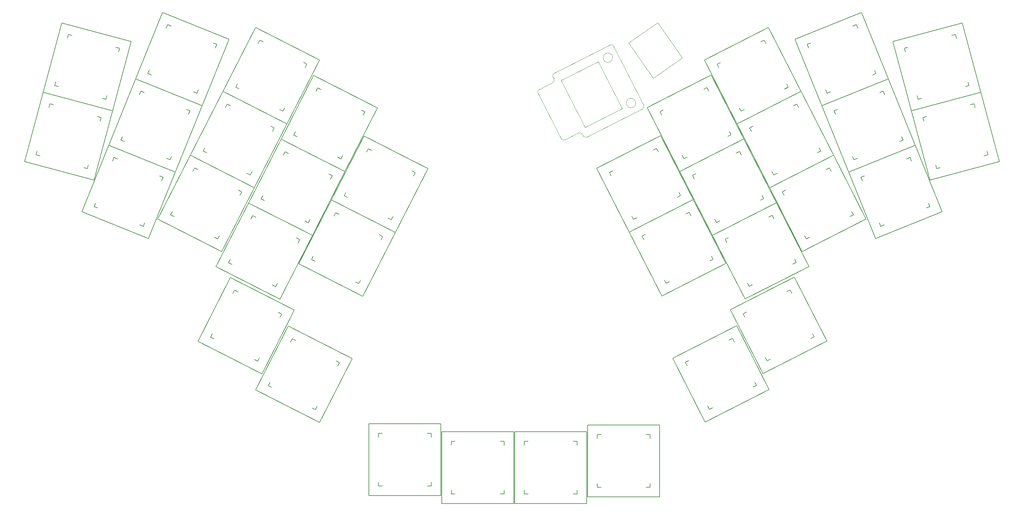
<source format=gbr>
%TF.GenerationSoftware,KiCad,Pcbnew,(6.0.4)*%
%TF.CreationDate,2022-10-16T03:21:46+02:00*%
%TF.ProjectId,Batreeq,42617472-6565-4712-9e6b-696361645f70,rev?*%
%TF.SameCoordinates,Original*%
%TF.FileFunction,OtherDrawing,Comment*%
%FSLAX46Y46*%
G04 Gerber Fmt 4.6, Leading zero omitted, Abs format (unit mm)*
G04 Created by KiCad (PCBNEW (6.0.4)) date 2022-10-16 03:21:46*
%MOMM*%
%LPD*%
G01*
G04 APERTURE LIST*
%ADD10C,0.150000*%
%ADD11C,0.120000*%
%ADD12C,0.050000*%
G04 APERTURE END LIST*
D10*
%TO.C,SW7*%
X39164951Y-76328403D02*
X44082513Y-57975813D01*
X20812361Y-71410841D02*
X25729923Y-53058251D01*
X28463615Y-56378932D02*
X27497690Y-56120113D01*
X20812361Y-71410841D02*
X25729923Y-53058251D01*
X41020651Y-59743580D02*
X40761832Y-60709505D01*
X40761832Y-60709505D02*
X41020651Y-59743580D01*
X36432479Y-73007373D02*
X37398404Y-73266192D01*
X25729923Y-53058251D02*
X44082513Y-57975813D01*
X37656003Y-72300615D02*
X37397184Y-73266541D01*
X23874223Y-69643074D02*
X24840149Y-69901894D01*
X24133042Y-68677149D02*
X23874223Y-69643074D01*
X44082513Y-57975813D02*
X39164951Y-76328403D01*
X39164951Y-76328403D02*
X20812361Y-71410841D01*
X27238870Y-57086039D02*
X27497690Y-56120113D01*
X27238870Y-57086039D02*
X27497690Y-56120113D01*
X20812361Y-71410841D02*
X39164951Y-76328403D01*
X27238870Y-57086039D02*
X27497690Y-56120113D01*
X25729923Y-53058251D02*
X44082513Y-57975813D01*
X41020651Y-59743580D02*
X40054725Y-59484760D01*
X25729923Y-53058251D02*
X20812361Y-71410841D01*
X39164951Y-76328403D02*
X20812361Y-71410841D01*
X39164951Y-76328403D02*
X20812361Y-71410841D01*
X37656003Y-72300615D02*
X37397184Y-73266541D01*
X23874223Y-69643074D02*
X24133042Y-68677149D01*
X28463615Y-56378932D02*
X27497690Y-56120113D01*
X44082513Y-57975813D02*
X25729923Y-53058251D01*
X25729923Y-53058251D02*
X44082513Y-57975813D01*
X23874224Y-69643076D02*
X24840148Y-69901894D01*
X41020651Y-59743580D02*
X40761832Y-60709505D01*
X28463615Y-56378932D02*
X27497690Y-56120113D01*
X23874223Y-69643074D02*
X24133042Y-68677149D01*
X36431259Y-73007722D02*
X37397184Y-73266541D01*
X40054725Y-59484760D02*
X41020651Y-59743580D01*
X44082513Y-57975813D02*
X39164951Y-76328403D01*
X23874223Y-69643074D02*
X24840149Y-69901894D01*
X37656003Y-72300615D02*
X37397184Y-73266541D01*
X44082513Y-57975813D02*
X39164951Y-76328403D01*
X41020651Y-59743580D02*
X40054725Y-59484760D01*
X36431259Y-73007722D02*
X37397184Y-73266541D01*
X20812361Y-71410841D02*
X25729923Y-53058251D01*
%TO.C,SW26*%
X217294897Y-124284258D02*
X216840907Y-123393251D01*
X207576538Y-110717626D02*
X224505662Y-102091807D01*
X217294897Y-124284258D02*
X218185904Y-123830267D01*
X211393021Y-112701173D02*
X210939030Y-111810166D01*
X223867112Y-106345306D02*
X223413121Y-105454299D01*
X222522115Y-105908290D02*
X223413121Y-105454299D01*
X223413121Y-105454299D02*
X222522115Y-105908290D01*
X224505662Y-102091807D02*
X233131481Y-119020931D01*
X217294897Y-124284258D02*
X216840907Y-123393251D01*
X216202357Y-127646750D02*
X207576538Y-110717626D01*
X229314998Y-117037384D02*
X229768988Y-117928391D01*
X233131481Y-119020931D02*
X216202357Y-127646750D01*
X228878655Y-118381305D02*
X229769661Y-117927315D01*
X223413121Y-105454299D02*
X222522115Y-105908290D01*
X207576538Y-110717626D02*
X216202357Y-127646750D01*
X224505662Y-102091807D02*
X207576538Y-110717626D01*
X217294897Y-124284258D02*
X218185904Y-123830267D01*
X207576538Y-110717626D02*
X224505662Y-102091807D01*
X224505662Y-102091807D02*
X233131481Y-119020931D01*
X211393021Y-112701173D02*
X210939030Y-111810166D01*
X229314998Y-117037384D02*
X229768988Y-117928391D01*
X216202357Y-127646750D02*
X207576538Y-110717626D01*
X211830037Y-111356176D02*
X210939030Y-111810166D01*
X223413121Y-105454299D02*
X223867112Y-106345306D01*
X229314998Y-117037384D02*
X229768988Y-117928391D01*
X216202357Y-127646750D02*
X233131481Y-119020931D01*
X228877982Y-118382381D02*
X229768988Y-117928391D01*
X233131481Y-119020931D02*
X216202357Y-127646750D01*
X207576538Y-110717626D02*
X224505662Y-102091807D01*
X216202357Y-127646750D02*
X207576538Y-110717626D01*
X211830037Y-111356176D02*
X210939030Y-111810166D01*
X211393021Y-112701173D02*
X210939030Y-111810166D01*
X224505662Y-102091807D02*
X233131481Y-119020931D01*
X233131481Y-119020931D02*
X224505662Y-102091807D01*
X228877982Y-118382381D02*
X229768988Y-117928391D01*
X223413121Y-105454299D02*
X223867112Y-106345306D01*
X216840907Y-123393251D02*
X217294897Y-124284258D01*
X233131481Y-119020931D02*
X216202357Y-127646750D01*
X217294898Y-124284258D02*
X218185904Y-123830268D01*
X211830037Y-111356176D02*
X210939030Y-111810166D01*
%TO.C,SW34*%
X270520447Y-50322450D02*
X270779266Y-51288376D01*
X267155799Y-37765414D02*
X267414618Y-38731340D01*
X269813340Y-51547195D02*
X270779266Y-51288376D01*
X257256304Y-54911843D02*
X256997485Y-53945917D01*
X267155799Y-37765414D02*
X266189873Y-38024233D01*
X268923566Y-34703552D02*
X273841128Y-53056143D01*
X273841128Y-53056143D02*
X255488537Y-57973705D01*
X255488537Y-57973705D02*
X250570975Y-39621114D01*
X250570975Y-39621114D02*
X268923566Y-34703552D01*
X253891657Y-42354807D02*
X253632838Y-41388881D01*
X270520447Y-50322450D02*
X270779266Y-51288376D01*
X256997485Y-53945917D02*
X257256304Y-54911843D01*
X255488537Y-57973705D02*
X273841128Y-53056143D01*
X253891657Y-42354807D02*
X253632838Y-41388881D01*
X273841128Y-53056143D02*
X255488537Y-57973705D01*
X268923566Y-34703552D02*
X273841128Y-53056143D01*
X268923566Y-34703552D02*
X273841128Y-53056143D01*
X255488537Y-57973705D02*
X250570975Y-39621114D01*
X254598763Y-41130062D02*
X253632838Y-41388881D01*
X257256304Y-54911843D02*
X258222230Y-54653024D01*
X250570975Y-39621114D02*
X268923566Y-34703552D01*
X254598763Y-41130062D02*
X253632838Y-41388881D01*
X270520447Y-50322450D02*
X270779266Y-51288376D01*
X269813340Y-51547195D02*
X270779266Y-51288376D01*
X253891657Y-42354807D02*
X253632838Y-41388881D01*
X268923566Y-34703552D02*
X250570975Y-39621114D01*
X267155799Y-37765414D02*
X266189873Y-38024233D01*
X267155799Y-37765414D02*
X267414618Y-38731340D01*
X254598763Y-41130062D02*
X253632838Y-41388881D01*
X257256304Y-54911843D02*
X258222230Y-54653024D01*
X266189873Y-38024233D02*
X267155799Y-37765414D01*
X257256305Y-54911843D02*
X258222230Y-54653024D01*
X269814222Y-51546283D02*
X270780148Y-51287464D01*
X273841128Y-53056143D02*
X255488537Y-57973705D01*
X267414618Y-38731340D02*
X267155799Y-37765414D01*
X250570975Y-39621114D02*
X268923566Y-34703552D01*
X257256304Y-54911843D02*
X256997485Y-53945917D01*
X255488537Y-57973705D02*
X250570975Y-39621114D01*
X250570975Y-39621114D02*
X255488537Y-57973705D01*
X273841128Y-53056143D02*
X268923566Y-34703552D01*
%TO.C,SW21*%
X202022230Y-137142357D02*
X202913236Y-136688367D01*
X207249447Y-118766389D02*
X208140453Y-118312398D01*
X196557369Y-124214275D02*
X195666362Y-124668265D01*
X196120353Y-125559272D02*
X195666362Y-124668265D01*
X200929689Y-140504849D02*
X192303870Y-123575725D01*
X202022229Y-137142357D02*
X202913236Y-136688366D01*
X200929689Y-140504849D02*
X217858813Y-131879030D01*
X214042330Y-129895483D02*
X214496320Y-130786490D01*
X213605314Y-131240480D02*
X214496320Y-130786490D01*
X196557369Y-124214275D02*
X195666362Y-124668265D01*
X192303870Y-123575725D02*
X209232994Y-114949906D01*
X196557369Y-124214275D02*
X195666362Y-124668265D01*
X200929689Y-140504849D02*
X192303870Y-123575725D01*
X200929689Y-140504849D02*
X192303870Y-123575725D01*
X208140453Y-118312398D02*
X207249447Y-118766389D01*
X192303870Y-123575725D02*
X209232994Y-114949906D01*
X209232994Y-114949906D02*
X217858813Y-131879030D01*
X209232994Y-114949906D02*
X217858813Y-131879030D01*
X202022229Y-137142357D02*
X201568239Y-136251350D01*
X217858813Y-131879030D02*
X200929689Y-140504849D01*
X213605987Y-131239404D02*
X214496993Y-130785414D01*
X192303870Y-123575725D02*
X209232994Y-114949906D01*
X208594444Y-119203405D02*
X208140453Y-118312398D01*
X208140453Y-118312398D02*
X208594444Y-119203405D01*
X202022229Y-137142357D02*
X202913236Y-136688366D01*
X201568239Y-136251350D02*
X202022229Y-137142357D01*
X196120353Y-125559272D02*
X195666362Y-124668265D01*
X209232994Y-114949906D02*
X217858813Y-131879030D01*
X213605314Y-131240480D02*
X214496320Y-130786490D01*
X217858813Y-131879030D02*
X209232994Y-114949906D01*
X202022229Y-137142357D02*
X201568239Y-136251350D01*
X214042330Y-129895483D02*
X214496320Y-130786490D01*
X217858813Y-131879030D02*
X200929689Y-140504849D01*
X217858813Y-131879030D02*
X200929689Y-140504849D01*
X196120353Y-125559272D02*
X195666362Y-124668265D01*
X209232994Y-114949906D02*
X192303870Y-123575725D01*
X214042330Y-129895483D02*
X214496320Y-130786490D01*
X208140453Y-118312398D02*
X208594444Y-119203405D01*
X192303870Y-123575725D02*
X200929689Y-140504849D01*
X208140453Y-118312398D02*
X207249447Y-118766389D01*
%TO.C,SW25*%
X194195206Y-74029903D02*
X202821025Y-90959027D01*
X210485780Y-69657583D02*
X210031789Y-68766576D01*
X211124330Y-65404084D02*
X219750149Y-82333208D01*
X215933666Y-80349661D02*
X216387656Y-81240668D01*
X219750149Y-82333208D02*
X202821025Y-90959027D01*
X215933666Y-80349661D02*
X216387656Y-81240668D01*
X203913565Y-87596535D02*
X204804572Y-87142544D01*
X198011689Y-76013450D02*
X197557698Y-75122443D01*
X215496650Y-81694658D02*
X216387656Y-81240668D01*
X194195206Y-74029903D02*
X211124330Y-65404084D01*
X198011689Y-76013450D02*
X197557698Y-75122443D01*
X210031789Y-68766576D02*
X210485780Y-69657583D01*
X203913565Y-87596535D02*
X203459575Y-86705528D01*
X219750149Y-82333208D02*
X211124330Y-65404084D01*
X215933666Y-80349661D02*
X216387656Y-81240668D01*
X202821025Y-90959027D02*
X194195206Y-74029903D01*
X215497323Y-81693582D02*
X216388329Y-81239592D01*
X202821025Y-90959027D02*
X194195206Y-74029903D01*
X198448705Y-74668453D02*
X197557698Y-75122443D01*
X203459575Y-86705528D02*
X203913565Y-87596535D01*
X210031789Y-68766576D02*
X209140783Y-69220567D01*
X219750149Y-82333208D02*
X202821025Y-90959027D01*
X215496650Y-81694658D02*
X216387656Y-81240668D01*
X203913566Y-87596535D02*
X204804572Y-87142545D01*
X211124330Y-65404084D02*
X219750149Y-82333208D01*
X211124330Y-65404084D02*
X219750149Y-82333208D01*
X198448705Y-74668453D02*
X197557698Y-75122443D01*
X219750149Y-82333208D02*
X202821025Y-90959027D01*
X210031789Y-68766576D02*
X210485780Y-69657583D01*
X211124330Y-65404084D02*
X194195206Y-74029903D01*
X202821025Y-90959027D02*
X194195206Y-74029903D01*
X198448705Y-74668453D02*
X197557698Y-75122443D01*
X203913565Y-87596535D02*
X204804572Y-87142544D01*
X194195206Y-74029903D02*
X211124330Y-65404084D01*
X202821025Y-90959027D02*
X219750149Y-82333208D01*
X203913565Y-87596535D02*
X203459575Y-86705528D01*
X198011689Y-76013450D02*
X197557698Y-75122443D01*
X209140783Y-69220567D02*
X210031789Y-68766576D01*
X210031789Y-68766576D02*
X209140783Y-69220567D01*
X194195206Y-74029903D02*
X211124330Y-65404084D01*
%TO.C,SW4*%
X90246915Y-61441310D02*
X73317791Y-52815491D01*
X73317791Y-52815491D02*
X81943611Y-35886367D01*
X77134274Y-50831944D02*
X76680284Y-51722951D01*
X95510242Y-45604726D02*
X94619236Y-45150736D01*
X95510242Y-45604726D02*
X95056252Y-46495733D01*
X98872735Y-44512186D02*
X90246915Y-61441310D01*
X73317791Y-52815491D02*
X90246915Y-61441310D01*
X90246915Y-61441310D02*
X73317791Y-52815491D01*
X76680284Y-51722951D02*
X77134274Y-50831944D01*
X88263369Y-57624827D02*
X89154375Y-58078818D01*
X98872735Y-44512186D02*
X90246915Y-61441310D01*
X95510242Y-45604726D02*
X95056252Y-46495733D01*
X83927157Y-39702850D02*
X83036151Y-39248859D01*
X73317791Y-52815491D02*
X81943611Y-35886367D01*
X98872735Y-44512186D02*
X81943611Y-35886367D01*
X95510242Y-45604726D02*
X94619236Y-45150736D01*
X81943611Y-35886367D02*
X98872735Y-44512186D01*
X83927157Y-39702850D02*
X83036151Y-39248859D01*
X89608366Y-57187811D02*
X89154375Y-58078818D01*
X89608366Y-57187811D02*
X89154375Y-58078818D01*
X98872735Y-44512186D02*
X90246915Y-61441310D01*
X88263369Y-57624827D02*
X89154375Y-58078818D01*
X76680284Y-51722952D02*
X77571290Y-52176942D01*
X95056252Y-46495733D02*
X95510242Y-45604726D01*
X82582160Y-40139866D02*
X83036151Y-39248859D01*
X90246915Y-61441310D02*
X73317791Y-52815491D01*
X90246915Y-61441310D02*
X98872735Y-44512186D01*
X81943611Y-35886367D02*
X98872735Y-44512186D01*
X76680284Y-51722951D02*
X77571290Y-52176941D01*
X76680284Y-51722951D02*
X77571290Y-52176941D01*
X94619236Y-45150736D02*
X95510242Y-45604726D01*
X88264634Y-57624739D02*
X89155641Y-58078730D01*
X89608366Y-57187811D02*
X89154375Y-58078818D01*
X81943611Y-35886367D02*
X98872735Y-44512186D01*
X76680284Y-51722951D02*
X77134274Y-50831944D01*
X82582160Y-40139866D02*
X83036151Y-39248859D01*
X83927157Y-39702850D02*
X83036151Y-39248859D01*
X73317791Y-52815491D02*
X81943611Y-35886367D01*
X81943611Y-35886367D02*
X73317791Y-52815491D01*
X82582160Y-40139866D02*
X83036151Y-39248859D01*
%TO.C,SW8*%
X92028402Y-64387574D02*
X92919408Y-64841564D01*
X110858360Y-58269348D02*
X109967354Y-57815358D01*
X110858360Y-58269348D02*
X109967354Y-57815358D01*
X114220853Y-57176808D02*
X105595033Y-74105932D01*
X88665909Y-65480113D02*
X105595033Y-74105932D01*
X103612752Y-70289361D02*
X104503759Y-70743352D01*
X99275275Y-52367472D02*
X98384269Y-51913481D01*
X97930278Y-52804488D02*
X98384269Y-51913481D01*
X105595033Y-74105932D02*
X88665909Y-65480113D01*
X99275275Y-52367472D02*
X98384269Y-51913481D01*
X97930278Y-52804488D02*
X98384269Y-51913481D01*
X92028402Y-64387573D02*
X92482392Y-63496566D01*
X114220853Y-57176808D02*
X105595033Y-74105932D01*
X92028402Y-64387573D02*
X92919408Y-64841563D01*
X110858360Y-58269348D02*
X110404370Y-59160355D01*
X103611487Y-70289449D02*
X104502493Y-70743440D01*
X97930278Y-52804488D02*
X98384269Y-51913481D01*
X97291729Y-48550989D02*
X114220853Y-57176808D01*
X104956484Y-69852433D02*
X104502493Y-70743440D01*
X97291729Y-48550989D02*
X88665909Y-65480113D01*
X110858360Y-58269348D02*
X110404370Y-59160355D01*
X97291729Y-48550989D02*
X114220853Y-57176808D01*
X114220853Y-57176808D02*
X97291729Y-48550989D01*
X114220853Y-57176808D02*
X105595033Y-74105932D01*
X92028402Y-64387573D02*
X92482392Y-63496566D01*
X105595033Y-74105932D02*
X114220853Y-57176808D01*
X104956484Y-69852433D02*
X104502493Y-70743440D01*
X88665909Y-65480113D02*
X97291729Y-48550989D01*
X88665909Y-65480113D02*
X97291729Y-48550989D01*
X88665909Y-65480113D02*
X97291729Y-48550989D01*
X110404370Y-59160355D02*
X110858360Y-58269348D01*
X105595033Y-74105932D02*
X88665909Y-65480113D01*
X97291729Y-48550989D02*
X114220853Y-57176808D01*
X105595033Y-74105932D02*
X88665909Y-65480113D01*
X109967354Y-57815358D02*
X110858360Y-58269348D01*
X103611487Y-70289449D02*
X104502493Y-70743440D01*
X92482392Y-63496566D02*
X92028402Y-64387573D01*
X92028402Y-64387573D02*
X92919408Y-64841563D01*
X99275275Y-52367472D02*
X98384269Y-51913481D01*
X104956484Y-69852433D02*
X104502493Y-70743440D01*
%TO.C,SW22*%
X169543344Y-143086077D02*
X169543344Y-162086077D01*
X166043344Y-145586077D02*
X167043344Y-145586077D01*
X154043344Y-145586077D02*
X153043344Y-145586077D01*
X167043344Y-158586077D02*
X167043344Y-159586077D01*
X153043344Y-159586077D02*
X154043344Y-159586077D01*
X169543344Y-143086077D02*
X169543344Y-162086077D01*
X153043344Y-146586077D02*
X153043344Y-145586077D01*
X169543344Y-143086077D02*
X150543344Y-143086077D01*
X167043344Y-158586077D02*
X167043344Y-159586077D01*
X153043344Y-146586077D02*
X153043344Y-145586077D01*
X169543344Y-162086077D02*
X169543344Y-143086077D01*
X169543344Y-162086077D02*
X150543344Y-162086077D01*
X167043344Y-145586077D02*
X166043344Y-145586077D01*
X167043344Y-146586077D02*
X167043344Y-145586077D01*
X167043344Y-158586077D02*
X167043344Y-159586077D01*
X153043344Y-159586077D02*
X153043344Y-158586077D01*
X150543344Y-162086077D02*
X169543344Y-162086077D01*
X166043344Y-159586077D02*
X167043344Y-159586077D01*
X166044432Y-159585424D02*
X167044432Y-159585424D01*
X153043344Y-159586077D02*
X154043344Y-159586077D01*
X150543344Y-143086077D02*
X169543344Y-143086077D01*
X150543344Y-143086077D02*
X150543344Y-162086077D01*
X153043345Y-159586078D02*
X154043344Y-159586078D01*
X150543344Y-162086077D02*
X150543344Y-143086077D01*
X154043344Y-145586077D02*
X153043344Y-145586077D01*
X169543344Y-162086077D02*
X150543344Y-162086077D01*
X153043344Y-146586077D02*
X153043344Y-145586077D01*
X167043344Y-145586077D02*
X167043344Y-146586077D01*
X166043344Y-159586077D02*
X167043344Y-159586077D01*
X167043344Y-145586077D02*
X167043344Y-146586077D01*
X169543344Y-162086077D02*
X150543344Y-162086077D01*
X150543344Y-162086077D02*
X150543344Y-143086077D01*
X153043344Y-159586077D02*
X153043344Y-158586077D01*
X150543344Y-162086077D02*
X150543344Y-143086077D01*
X153043344Y-158586077D02*
X153043344Y-159586077D01*
X169543344Y-143086077D02*
X169543344Y-162086077D01*
X150543344Y-143086077D02*
X169543344Y-143086077D01*
X150543344Y-143086077D02*
X169543344Y-143086077D01*
X167043344Y-145586077D02*
X166043344Y-145586077D01*
X154043344Y-145586077D02*
X153043344Y-145586077D01*
%TO.C,SW27*%
X172347346Y-144808078D02*
X172347346Y-143808078D01*
X188847346Y-160308078D02*
X188847346Y-141308078D01*
X172347346Y-157808078D02*
X172347346Y-156808078D01*
X186347346Y-143808078D02*
X186347346Y-144808078D01*
X169847346Y-160308078D02*
X169847346Y-141308078D01*
X185347346Y-143808078D02*
X186347346Y-143808078D01*
X186347346Y-144808078D02*
X186347346Y-143808078D01*
X172347346Y-144808078D02*
X172347346Y-143808078D01*
X186347346Y-156808078D02*
X186347346Y-157808078D01*
X186347346Y-143808078D02*
X186347346Y-144808078D01*
X188847346Y-141308078D02*
X188847346Y-160308078D01*
X169847346Y-160308078D02*
X188847346Y-160308078D01*
X169847346Y-160308078D02*
X169847346Y-141308078D01*
X172347346Y-156808078D02*
X172347346Y-157808078D01*
X186347346Y-156808078D02*
X186347346Y-157808078D01*
X188847346Y-160308078D02*
X169847346Y-160308078D01*
X185348434Y-157807425D02*
X186348434Y-157807425D01*
X173347346Y-143808078D02*
X172347346Y-143808078D01*
X172347346Y-157808078D02*
X173347346Y-157808078D01*
X169847346Y-141308078D02*
X169847346Y-160308078D01*
X173347346Y-143808078D02*
X172347346Y-143808078D01*
X172347347Y-157808079D02*
X173347346Y-157808079D01*
X188847346Y-160308078D02*
X169847346Y-160308078D01*
X188847346Y-141308078D02*
X188847346Y-160308078D01*
X188847346Y-141308078D02*
X188847346Y-160308078D01*
X172347346Y-157808078D02*
X172347346Y-156808078D01*
X173347346Y-143808078D02*
X172347346Y-143808078D01*
X188847346Y-141308078D02*
X169847346Y-141308078D01*
X172347346Y-157808078D02*
X173347346Y-157808078D01*
X185347346Y-157808078D02*
X186347346Y-157808078D01*
X185347346Y-157808078D02*
X186347346Y-157808078D01*
X169847346Y-141308078D02*
X188847346Y-141308078D01*
X169847346Y-141308078D02*
X188847346Y-141308078D01*
X186347346Y-143808078D02*
X185347346Y-143808078D01*
X172347346Y-144808078D02*
X172347346Y-143808078D01*
X169847346Y-141308078D02*
X188847346Y-141308078D01*
X169847346Y-160308078D02*
X169847346Y-141308078D01*
X186347346Y-143808078D02*
X185347346Y-143808078D01*
X186347346Y-156808078D02*
X186347346Y-157808078D01*
X188847346Y-160308078D02*
X169847346Y-160308078D01*
%TO.C,SW33*%
X238898387Y-74229410D02*
X231780862Y-56612916D01*
X235962522Y-57619753D02*
X235035338Y-57994359D01*
X256514880Y-67111884D02*
X238898387Y-74229410D01*
X240279832Y-70974934D02*
X241207015Y-70600328D01*
X240279830Y-70974933D02*
X241207014Y-70600327D01*
X249397355Y-49495391D02*
X231780862Y-56612916D01*
X235962522Y-57619753D02*
X235035338Y-57994359D01*
X249397355Y-49495391D02*
X256514880Y-67111884D01*
X248015912Y-52749867D02*
X248390519Y-53677051D01*
X238898387Y-74229410D02*
X231780862Y-56612916D01*
X256514880Y-67111884D02*
X238898387Y-74229410D01*
X231780862Y-56612916D02*
X249397355Y-49495391D01*
X252333220Y-66105048D02*
X253260404Y-65730441D01*
X240279830Y-70974933D02*
X239905224Y-70047750D01*
X252333985Y-66104035D02*
X253261168Y-65729428D01*
X252885798Y-64803257D02*
X253260404Y-65730441D01*
X235409945Y-58921543D02*
X235035338Y-57994359D01*
X235409945Y-58921543D02*
X235035338Y-57994359D01*
X252885798Y-64803257D02*
X253260404Y-65730441D01*
X247088728Y-53124474D02*
X248015912Y-52749867D01*
X248015912Y-52749867D02*
X247088728Y-53124474D01*
X249397355Y-49495391D02*
X256514880Y-67111884D01*
X240279830Y-70974933D02*
X239905224Y-70047750D01*
X235962522Y-57619753D02*
X235035338Y-57994359D01*
X240279830Y-70974933D02*
X241207014Y-70600327D01*
X248015912Y-52749867D02*
X247088728Y-53124474D01*
X249397355Y-49495391D02*
X256514880Y-67111884D01*
X231780862Y-56612916D02*
X249397355Y-49495391D01*
X248390519Y-53677051D02*
X248015912Y-52749867D01*
X231780862Y-56612916D02*
X249397355Y-49495391D01*
X238898387Y-74229410D02*
X256514880Y-67111884D01*
X252885798Y-64803257D02*
X253260404Y-65730441D01*
X256514880Y-67111884D02*
X238898387Y-74229410D01*
X256514880Y-67111884D02*
X249397355Y-49495391D01*
X235409945Y-58921543D02*
X235035338Y-57994359D01*
X231780862Y-56612916D02*
X238898387Y-74229410D01*
X238898387Y-74229410D02*
X231780862Y-56612916D01*
X239905224Y-70047750D02*
X240279830Y-70974933D01*
X248015912Y-52749867D02*
X248390519Y-53677051D01*
X252333220Y-66105048D02*
X253260404Y-65730441D01*
%TO.C,SW16*%
X104123879Y-124744297D02*
X103669889Y-125635304D01*
X92540794Y-118842421D02*
X91649788Y-118388430D01*
X104123879Y-124744297D02*
X103232873Y-124290307D01*
X107486372Y-123651757D02*
X90557248Y-115025938D01*
X96877006Y-136764398D02*
X97768012Y-137218389D01*
X107486372Y-123651757D02*
X98860552Y-140580881D01*
X92540794Y-118842421D02*
X91649788Y-118388430D01*
X90557248Y-115025938D02*
X107486372Y-123651757D01*
X98860552Y-140580881D02*
X81931428Y-131955062D01*
X107486372Y-123651757D02*
X98860552Y-140580881D01*
X85293921Y-130862522D02*
X85747911Y-129971515D01*
X103232873Y-124290307D02*
X104123879Y-124744297D01*
X85293921Y-130862522D02*
X85747911Y-129971515D01*
X91195797Y-119279437D02*
X91649788Y-118388430D01*
X90557248Y-115025938D02*
X107486372Y-123651757D01*
X81931428Y-131955062D02*
X90557248Y-115025938D01*
X104123879Y-124744297D02*
X103232873Y-124290307D01*
X81931428Y-131955062D02*
X98860552Y-140580881D01*
X96877006Y-136764398D02*
X97768012Y-137218389D01*
X98222003Y-136327382D02*
X97768012Y-137218389D01*
X104123879Y-124744297D02*
X103669889Y-125635304D01*
X96878271Y-136764310D02*
X97769278Y-137218301D01*
X91195797Y-119279437D02*
X91649788Y-118388430D01*
X90557248Y-115025938D02*
X107486372Y-123651757D01*
X90557248Y-115025938D02*
X81931428Y-131955062D01*
X98222003Y-136327382D02*
X97768012Y-137218389D01*
X98860552Y-140580881D02*
X107486372Y-123651757D01*
X81931428Y-131955062D02*
X90557248Y-115025938D01*
X103669889Y-125635304D02*
X104123879Y-124744297D01*
X85293921Y-130862523D02*
X86184927Y-131316513D01*
X81931428Y-131955062D02*
X90557248Y-115025938D01*
X98860552Y-140580881D02*
X81931428Y-131955062D01*
X85293921Y-130862522D02*
X86184927Y-131316512D01*
X85293921Y-130862522D02*
X86184927Y-131316512D01*
X85747911Y-129971515D02*
X85293921Y-130862522D01*
X98860552Y-140580881D02*
X81931428Y-131955062D01*
X107486372Y-123651757D02*
X98860552Y-140580881D01*
X92540794Y-118842421D02*
X91649788Y-118388430D01*
X91195797Y-119279437D02*
X91649788Y-118388430D01*
X98222003Y-136327382D02*
X97768012Y-137218389D01*
%TO.C,SW28*%
X217635669Y-35889429D02*
X226261488Y-52818553D01*
X204523028Y-46498795D02*
X204069037Y-45607788D01*
X216543128Y-39251921D02*
X216997119Y-40142928D01*
X217635669Y-35889429D02*
X200706545Y-44515248D01*
X222007989Y-52180003D02*
X222898995Y-51726013D01*
X222445005Y-50835006D02*
X222898995Y-51726013D01*
X226261488Y-52818553D02*
X209332364Y-61444372D01*
X210424904Y-58081880D02*
X209970914Y-57190873D01*
X222007989Y-52180003D02*
X222898995Y-51726013D01*
X204960044Y-45153798D02*
X204069037Y-45607788D01*
X222008662Y-52178927D02*
X222899668Y-51724937D01*
X209332364Y-61444372D02*
X200706545Y-44515248D01*
X226261488Y-52818553D02*
X209332364Y-61444372D01*
X204523028Y-46498795D02*
X204069037Y-45607788D01*
X200706545Y-44515248D02*
X209332364Y-61444372D01*
X200706545Y-44515248D02*
X217635669Y-35889429D01*
X210424905Y-58081880D02*
X211315911Y-57627890D01*
X204960044Y-45153798D02*
X204069037Y-45607788D01*
X226261488Y-52818553D02*
X209332364Y-61444372D01*
X216543128Y-39251921D02*
X215652122Y-39705912D01*
X216543128Y-39251921D02*
X216997119Y-40142928D01*
X216997119Y-40142928D02*
X216543128Y-39251921D01*
X200706545Y-44515248D02*
X217635669Y-35889429D01*
X217635669Y-35889429D02*
X226261488Y-52818553D01*
X200706545Y-44515248D02*
X217635669Y-35889429D01*
X209332364Y-61444372D02*
X200706545Y-44515248D01*
X222445005Y-50835006D02*
X222898995Y-51726013D01*
X216543128Y-39251921D02*
X215652122Y-39705912D01*
X210424904Y-58081880D02*
X211315911Y-57627889D01*
X204960044Y-45153798D02*
X204069037Y-45607788D01*
X210424904Y-58081880D02*
X209970914Y-57190873D01*
X210424904Y-58081880D02*
X211315911Y-57627889D01*
X209332364Y-61444372D02*
X200706545Y-44515248D01*
X226261488Y-52818553D02*
X217635669Y-35889429D01*
X222445005Y-50835006D02*
X222898995Y-51726013D01*
X204523028Y-46498795D02*
X204069037Y-45607788D01*
X217635669Y-35889429D02*
X226261488Y-52818553D01*
X215652122Y-39705912D02*
X216543128Y-39251921D01*
X209332364Y-61444372D02*
X226261488Y-52818553D01*
X209970914Y-57190873D02*
X210424904Y-58081880D01*
%TO.C,SW5*%
X85993420Y-62079860D02*
X86884426Y-62533850D01*
X73956344Y-57068990D02*
X74410335Y-56177983D01*
X73956344Y-57068990D02*
X74410335Y-56177983D01*
X75301341Y-56631974D02*
X74410335Y-56177983D01*
X79637553Y-74553951D02*
X80528559Y-75007942D01*
X86430436Y-63424857D02*
X86884426Y-62533850D01*
X73317795Y-52815491D02*
X90246919Y-61441310D01*
X86884426Y-62533850D02*
X86430436Y-63424857D01*
X73317795Y-52815491D02*
X90246919Y-61441310D01*
X73956344Y-57068990D02*
X74410335Y-56177983D01*
X79638818Y-74553863D02*
X80529825Y-75007854D01*
X68508458Y-67761068D02*
X68054468Y-68652075D01*
X86884426Y-62533850D02*
X85993420Y-62079860D01*
X68054468Y-68652075D02*
X68508458Y-67761068D01*
X73317795Y-52815491D02*
X90246919Y-61441310D01*
X75301341Y-56631974D02*
X74410335Y-56177983D01*
X68054468Y-68652075D02*
X68945474Y-69106065D01*
X64691975Y-69744615D02*
X73317795Y-52815491D01*
X80982550Y-74116935D02*
X80528559Y-75007942D01*
X68054468Y-68652075D02*
X68508458Y-67761068D01*
X75301341Y-56631974D02*
X74410335Y-56177983D01*
X64691975Y-69744615D02*
X81621099Y-78370434D01*
X86884426Y-62533850D02*
X85993420Y-62079860D01*
X81621099Y-78370434D02*
X64691975Y-69744615D01*
X81621099Y-78370434D02*
X90246919Y-61441310D01*
X68054468Y-68652076D02*
X68945474Y-69106066D01*
X90246919Y-61441310D02*
X73317795Y-52815491D01*
X81621099Y-78370434D02*
X64691975Y-69744615D01*
X79637553Y-74553951D02*
X80528559Y-75007942D01*
X68054468Y-68652075D02*
X68945474Y-69106065D01*
X64691975Y-69744615D02*
X73317795Y-52815491D01*
X86884426Y-62533850D02*
X86430436Y-63424857D01*
X90246919Y-61441310D02*
X81621099Y-78370434D01*
X80982550Y-74116935D02*
X80528559Y-75007942D01*
X90246919Y-61441310D02*
X81621099Y-78370434D01*
X90246919Y-61441310D02*
X81621099Y-78370434D01*
X73317795Y-52815491D02*
X64691975Y-69744615D01*
X81621099Y-78370434D02*
X64691975Y-69744615D01*
X80982550Y-74116935D02*
X80528559Y-75007942D01*
X64691975Y-69744615D02*
X73317795Y-52815491D01*
%TO.C,SW15*%
X86359848Y-104147699D02*
X87250854Y-104601690D01*
X80678639Y-86662738D02*
X81132630Y-85771731D01*
X80040090Y-82409239D02*
X96969214Y-91035058D01*
X80678639Y-86662738D02*
X81132630Y-85771731D01*
X82023636Y-86225722D02*
X81132630Y-85771731D01*
X71414270Y-99338363D02*
X80040090Y-82409239D01*
X88343394Y-107964182D02*
X71414270Y-99338363D01*
X93606721Y-92127598D02*
X93152731Y-93018605D01*
X96969214Y-91035058D02*
X88343394Y-107964182D01*
X80040090Y-82409239D02*
X71414270Y-99338363D01*
X93606721Y-92127598D02*
X93152731Y-93018605D01*
X96969214Y-91035058D02*
X88343394Y-107964182D01*
X96969214Y-91035058D02*
X80040090Y-82409239D01*
X86361113Y-104147611D02*
X87252120Y-104601602D01*
X93152731Y-93018605D02*
X93606721Y-92127598D01*
X92715715Y-91673608D02*
X93606721Y-92127598D01*
X87704845Y-103710683D02*
X87250854Y-104601690D01*
X93606721Y-92127598D02*
X92715715Y-91673608D01*
X93606721Y-92127598D02*
X92715715Y-91673608D01*
X88343394Y-107964182D02*
X71414270Y-99338363D01*
X82023636Y-86225722D02*
X81132630Y-85771731D01*
X80678639Y-86662738D02*
X81132630Y-85771731D01*
X86359848Y-104147699D02*
X87250854Y-104601690D01*
X71414270Y-99338363D02*
X80040090Y-82409239D01*
X74776763Y-98245823D02*
X75230753Y-97354816D01*
X87704845Y-103710683D02*
X87250854Y-104601690D01*
X96969214Y-91035058D02*
X88343394Y-107964182D01*
X74776763Y-98245823D02*
X75667769Y-98699813D01*
X74776763Y-98245823D02*
X75667769Y-98699813D01*
X71414270Y-99338363D02*
X88343394Y-107964182D01*
X75230753Y-97354816D02*
X74776763Y-98245823D01*
X87704845Y-103710683D02*
X87250854Y-104601690D01*
X71414270Y-99338363D02*
X80040090Y-82409239D01*
X80040090Y-82409239D02*
X96969214Y-91035058D01*
X74776763Y-98245823D02*
X75230753Y-97354816D01*
X74776763Y-98245824D02*
X75667769Y-98699814D01*
X80040090Y-82409239D02*
X96969214Y-91035058D01*
X88343394Y-107964182D02*
X71414270Y-99338363D01*
X82023636Y-86225722D02*
X81132630Y-85771731D01*
X88343394Y-107964182D02*
X96969214Y-91035058D01*
%TO.C,SW31*%
X262182528Y-73271891D02*
X261923709Y-72305965D01*
X260414761Y-76333753D02*
X255497199Y-57981162D01*
X260414761Y-76333753D02*
X278767352Y-71416191D01*
X271116097Y-56384281D02*
X272082023Y-56125462D01*
X275446671Y-68682498D02*
X275705490Y-69648424D01*
X262182528Y-73271891D02*
X263148454Y-73013072D01*
X273849790Y-53063600D02*
X278767352Y-71416191D01*
X275446671Y-68682498D02*
X275705490Y-69648424D01*
X255497199Y-57981162D02*
X273849790Y-53063600D01*
X258817881Y-60714855D02*
X258559062Y-59748929D01*
X273849790Y-53063600D02*
X255497199Y-57981162D01*
X274739564Y-69907243D02*
X275705490Y-69648424D01*
X272082023Y-56125462D02*
X271116097Y-56384281D01*
X258817881Y-60714855D02*
X258559062Y-59748929D01*
X272340842Y-57091388D02*
X272082023Y-56125462D01*
X259524987Y-59490110D02*
X258559062Y-59748929D01*
X255497199Y-57981162D02*
X260414761Y-76333753D01*
X255497199Y-57981162D02*
X273849790Y-53063600D01*
X274739564Y-69907243D02*
X275705490Y-69648424D01*
X260414761Y-76333753D02*
X255497199Y-57981162D01*
X272082023Y-56125462D02*
X271116097Y-56384281D01*
X278767352Y-71416191D02*
X260414761Y-76333753D01*
X262182529Y-73271891D02*
X263148454Y-73013072D01*
X278767352Y-71416191D02*
X260414761Y-76333753D01*
X260414761Y-76333753D02*
X255497199Y-57981162D01*
X259524987Y-59490110D02*
X258559062Y-59748929D01*
X274740446Y-69906331D02*
X275706372Y-69647512D01*
X278767352Y-71416191D02*
X260414761Y-76333753D01*
X278767352Y-71416191D02*
X273849790Y-53063600D01*
X275446671Y-68682498D02*
X275705490Y-69648424D01*
X273849790Y-53063600D02*
X278767352Y-71416191D01*
X273849790Y-53063600D02*
X278767352Y-71416191D01*
X258817881Y-60714855D02*
X258559062Y-59748929D01*
X261923709Y-72305965D02*
X262182528Y-73271891D01*
X262182528Y-73271891D02*
X263148454Y-73013072D01*
X259524987Y-59490110D02*
X258559062Y-59748929D01*
X255497199Y-57981162D02*
X273849790Y-53063600D01*
X272082023Y-56125462D02*
X272340842Y-57091388D01*
X262182528Y-73271891D02*
X261923709Y-72305965D01*
X272082023Y-56125462D02*
X272340842Y-57091388D01*
%TO.C,SW23*%
X234248756Y-74001175D02*
X233794765Y-73110168D01*
X233794765Y-73110168D02*
X234248756Y-74001175D01*
X222211681Y-79012045D02*
X221320674Y-79466035D01*
X232903759Y-73564159D02*
X233794765Y-73110168D01*
X239259626Y-86038250D02*
X240150632Y-85584260D01*
X226584001Y-95302619D02*
X217958182Y-78373495D01*
X234887306Y-69747676D02*
X243513125Y-86676800D01*
X233794765Y-73110168D02*
X234248756Y-74001175D01*
X226584001Y-95302619D02*
X217958182Y-78373495D01*
X234887306Y-69747676D02*
X243513125Y-86676800D01*
X221774665Y-80357042D02*
X221320674Y-79466035D01*
X243513125Y-86676800D02*
X226584001Y-95302619D01*
X227676541Y-91940127D02*
X228567548Y-91486136D01*
X239260299Y-86037174D02*
X240151305Y-85583184D01*
X217958182Y-78373495D02*
X226584001Y-95302619D01*
X226584001Y-95302619D02*
X243513125Y-86676800D01*
X222211681Y-79012045D02*
X221320674Y-79466035D01*
X243513125Y-86676800D02*
X226584001Y-95302619D01*
X239696642Y-84693253D02*
X240150632Y-85584260D01*
X243513125Y-86676800D02*
X234887306Y-69747676D01*
X233794765Y-73110168D02*
X232903759Y-73564159D01*
X227676541Y-91940127D02*
X228567548Y-91486136D01*
X217958182Y-78373495D02*
X234887306Y-69747676D01*
X234887306Y-69747676D02*
X217958182Y-78373495D01*
X234887306Y-69747676D02*
X243513125Y-86676800D01*
X221774665Y-80357042D02*
X221320674Y-79466035D01*
X227676541Y-91940127D02*
X227222551Y-91049120D01*
X227676542Y-91940127D02*
X228567548Y-91486137D01*
X217958182Y-78373495D02*
X234887306Y-69747676D01*
X227222551Y-91049120D02*
X227676541Y-91940127D01*
X243513125Y-86676800D02*
X226584001Y-95302619D01*
X221774665Y-80357042D02*
X221320674Y-79466035D01*
X222211681Y-79012045D02*
X221320674Y-79466035D01*
X227676541Y-91940127D02*
X227222551Y-91049120D01*
X233794765Y-73110168D02*
X232903759Y-73564159D01*
X239696642Y-84693253D02*
X240150632Y-85584260D01*
X239259626Y-86038250D02*
X240150632Y-85584260D01*
X217958182Y-78373495D02*
X234887306Y-69747676D01*
X239696642Y-84693253D02*
X240150632Y-85584260D01*
X226584001Y-95302619D02*
X217958182Y-78373495D01*
%TO.C,SW6*%
X45373375Y-70737140D02*
X44446191Y-70362533D01*
X52556879Y-87660416D02*
X52182272Y-88587600D01*
X39576305Y-82415923D02*
X39201698Y-83343107D01*
X43064748Y-67108057D02*
X60681241Y-74225582D01*
X53563716Y-91842076D02*
X35947222Y-84724550D01*
X51256342Y-88212795D02*
X52183526Y-88587402D01*
X57052158Y-76534209D02*
X57426765Y-75607026D01*
X51255089Y-88212993D02*
X52182272Y-88587600D01*
X44071584Y-71289717D02*
X44446191Y-70362533D01*
X35947222Y-84724550D02*
X43064748Y-67108057D01*
X39201698Y-83343107D02*
X40128882Y-83717714D01*
X57426765Y-75607026D02*
X56499581Y-75232419D01*
X35947222Y-84724550D02*
X53563716Y-91842076D01*
X45373375Y-70737140D02*
X44446191Y-70362533D01*
X53563716Y-91842076D02*
X60681241Y-74225582D01*
X60681241Y-74225582D02*
X53563716Y-91842076D01*
X35947222Y-84724550D02*
X43064748Y-67108057D01*
X60681241Y-74225582D02*
X53563716Y-91842076D01*
X43064748Y-67108057D02*
X60681241Y-74225582D01*
X39201698Y-83343107D02*
X40128882Y-83717714D01*
X51255089Y-88212993D02*
X52182272Y-88587600D01*
X57426765Y-75607026D02*
X56499581Y-75232419D01*
X53563716Y-91842076D02*
X35947222Y-84724550D01*
X44071584Y-71289717D02*
X44446191Y-70362533D01*
X52556879Y-87660416D02*
X52182272Y-88587600D01*
X52556879Y-87660416D02*
X52182272Y-88587600D01*
X44071584Y-71289717D02*
X44446191Y-70362533D01*
X45373375Y-70737140D02*
X44446191Y-70362533D01*
X60681241Y-74225582D02*
X53563716Y-91842076D01*
X57426765Y-75607026D02*
X57052158Y-76534209D01*
X39201698Y-83343107D02*
X39576305Y-82415923D01*
X53563716Y-91842076D02*
X35947222Y-84724550D01*
X39201698Y-83343107D02*
X39576305Y-82415923D01*
X60681241Y-74225582D02*
X43064748Y-67108057D01*
X39201699Y-83343109D02*
X40128882Y-83717715D01*
X35947222Y-84724550D02*
X43064748Y-67108057D01*
X57426765Y-75607026D02*
X57052158Y-76534209D01*
X43064748Y-67108057D02*
X60681241Y-74225582D01*
X43064748Y-67108057D02*
X35947222Y-84724550D01*
X56499581Y-75232419D02*
X57426765Y-75607026D01*
%TO.C,SW12*%
X114437758Y-144466079D02*
X114437758Y-143466079D01*
X128437758Y-144466079D02*
X128437758Y-143466079D01*
X111937758Y-159966079D02*
X111937758Y-140966079D01*
X114437759Y-157466080D02*
X115437758Y-157466080D01*
X127437758Y-157466079D02*
X128437758Y-157466079D01*
X128437758Y-156466079D02*
X128437758Y-157466079D01*
X130937758Y-140966079D02*
X130937758Y-159966079D01*
X130937758Y-159966079D02*
X111937758Y-159966079D01*
X114437758Y-157466079D02*
X114437758Y-156466079D01*
X128437758Y-156466079D02*
X128437758Y-157466079D01*
X128437758Y-156466079D02*
X128437758Y-157466079D01*
X111937758Y-159966079D02*
X130937758Y-159966079D01*
X111937758Y-140966079D02*
X130937758Y-140966079D01*
X127437758Y-143466079D02*
X128437758Y-143466079D01*
X130937758Y-159966079D02*
X130937758Y-140966079D01*
X115437758Y-143466079D02*
X114437758Y-143466079D01*
X111937758Y-159966079D02*
X111937758Y-140966079D01*
X111937758Y-159966079D02*
X111937758Y-140966079D01*
X128437758Y-143466079D02*
X127437758Y-143466079D01*
X115437758Y-143466079D02*
X114437758Y-143466079D01*
X114437758Y-157466079D02*
X114437758Y-156466079D01*
X128437758Y-143466079D02*
X127437758Y-143466079D01*
X128437758Y-143466079D02*
X128437758Y-144466079D01*
X111937758Y-140966079D02*
X130937758Y-140966079D01*
X114437758Y-156466079D02*
X114437758Y-157466079D01*
X127438846Y-157465426D02*
X128438846Y-157465426D01*
X130937758Y-159966079D02*
X111937758Y-159966079D01*
X111937758Y-140966079D02*
X111937758Y-159966079D01*
X127437758Y-157466079D02*
X128437758Y-157466079D01*
X114437758Y-157466079D02*
X115437758Y-157466079D01*
X114437758Y-144466079D02*
X114437758Y-143466079D01*
X114437758Y-144466079D02*
X114437758Y-143466079D01*
X130937758Y-140966079D02*
X130937758Y-159966079D01*
X115437758Y-143466079D02*
X114437758Y-143466079D01*
X130937758Y-140966079D02*
X111937758Y-140966079D01*
X114437758Y-157466079D02*
X115437758Y-157466079D01*
X130937758Y-159966079D02*
X111937758Y-159966079D01*
X130937758Y-140966079D02*
X130937758Y-159966079D01*
X128437758Y-143466079D02*
X128437758Y-144466079D01*
X111937758Y-140966079D02*
X130937758Y-140966079D01*
%TO.C,SW1*%
X74916290Y-38992596D02*
X67798765Y-56609090D01*
X50182271Y-49491564D02*
X57299797Y-31875071D01*
X57299797Y-31875071D02*
X74916290Y-38992596D01*
X53436747Y-48110121D02*
X54363931Y-48484728D01*
X59608424Y-35504154D02*
X58681240Y-35129547D01*
X57299797Y-31875071D02*
X74916290Y-38992596D01*
X71661814Y-40374040D02*
X71287207Y-41301223D01*
X53811354Y-47182937D02*
X53436747Y-48110121D01*
X58306633Y-36056731D02*
X58681240Y-35129547D01*
X65490138Y-52980007D02*
X66417321Y-53354614D01*
X53436748Y-48110123D02*
X54363931Y-48484729D01*
X58306633Y-36056731D02*
X58681240Y-35129547D01*
X59608424Y-35504154D02*
X58681240Y-35129547D01*
X71661814Y-40374040D02*
X70734630Y-39999433D01*
X57299797Y-31875071D02*
X50182271Y-49491564D01*
X50182271Y-49491564D02*
X67798765Y-56609090D01*
X50182271Y-49491564D02*
X57299797Y-31875071D01*
X66791928Y-52427430D02*
X66417321Y-53354614D01*
X74916290Y-38992596D02*
X57299797Y-31875071D01*
X66791928Y-52427430D02*
X66417321Y-53354614D01*
X74916290Y-38992596D02*
X67798765Y-56609090D01*
X74916290Y-38992596D02*
X67798765Y-56609090D01*
X53436747Y-48110121D02*
X53811354Y-47182937D01*
X71661814Y-40374040D02*
X71287207Y-41301223D01*
X59608424Y-35504154D02*
X58681240Y-35129547D01*
X67798765Y-56609090D02*
X50182271Y-49491564D01*
X65491391Y-52979809D02*
X66418575Y-53354416D01*
X53436747Y-48110121D02*
X54363931Y-48484728D01*
X65490138Y-52980007D02*
X66417321Y-53354614D01*
X70734630Y-39999433D02*
X71661814Y-40374040D01*
X66791928Y-52427430D02*
X66417321Y-53354614D01*
X53436747Y-48110121D02*
X53811354Y-47182937D01*
X71661814Y-40374040D02*
X70734630Y-39999433D01*
X67798765Y-56609090D02*
X74916290Y-38992596D01*
X57299797Y-31875071D02*
X74916290Y-38992596D01*
X50182271Y-49491564D02*
X57299797Y-31875071D01*
X71287207Y-41301223D02*
X71661814Y-40374040D01*
X67798765Y-56609090D02*
X50182271Y-49491564D01*
X58306633Y-36056731D02*
X58681240Y-35129547D01*
X67798765Y-56609090D02*
X50182271Y-49491564D01*
%TO.C,SW11*%
X92213702Y-110793654D02*
X83587882Y-127722778D01*
X92213702Y-110793654D02*
X75284578Y-102167835D01*
X83587882Y-127722778D02*
X66658758Y-119096959D01*
X82949333Y-123469279D02*
X82495342Y-124360286D01*
X70021251Y-118004419D02*
X70475241Y-117113412D01*
X81605601Y-123906207D02*
X82496608Y-124360198D01*
X81604336Y-123906295D02*
X82495342Y-124360286D01*
X77268124Y-105984318D02*
X76377118Y-105530327D01*
X75284578Y-102167835D02*
X92213702Y-110793654D01*
X88851209Y-111886194D02*
X88397219Y-112777201D01*
X75923127Y-106421334D02*
X76377118Y-105530327D01*
X77268124Y-105984318D02*
X76377118Y-105530327D01*
X81604336Y-123906295D02*
X82495342Y-124360286D01*
X75284578Y-102167835D02*
X66658758Y-119096959D01*
X70475241Y-117113412D02*
X70021251Y-118004419D01*
X87960203Y-111432204D02*
X88851209Y-111886194D01*
X88851209Y-111886194D02*
X88397219Y-112777201D01*
X77268124Y-105984318D02*
X76377118Y-105530327D01*
X66658758Y-119096959D02*
X75284578Y-102167835D01*
X83587882Y-127722778D02*
X92213702Y-110793654D01*
X83587882Y-127722778D02*
X66658758Y-119096959D01*
X70021251Y-118004419D02*
X70912257Y-118458409D01*
X66658758Y-119096959D02*
X83587882Y-127722778D01*
X66658758Y-119096959D02*
X75284578Y-102167835D01*
X88851209Y-111886194D02*
X87960203Y-111432204D01*
X83587882Y-127722778D02*
X66658758Y-119096959D01*
X75923127Y-106421334D02*
X76377118Y-105530327D01*
X66658758Y-119096959D02*
X75284578Y-102167835D01*
X88397219Y-112777201D02*
X88851209Y-111886194D01*
X82949333Y-123469279D02*
X82495342Y-124360286D01*
X92213702Y-110793654D02*
X83587882Y-127722778D01*
X92213702Y-110793654D02*
X83587882Y-127722778D01*
X75284578Y-102167835D02*
X92213702Y-110793654D01*
X82949333Y-123469279D02*
X82495342Y-124360286D01*
X70021251Y-118004419D02*
X70912257Y-118458409D01*
X70021251Y-118004420D02*
X70912257Y-118458410D01*
X88851209Y-111886194D02*
X87960203Y-111432204D01*
X75923127Y-106421334D02*
X76377118Y-105530327D01*
X70021251Y-118004419D02*
X70475241Y-117113412D01*
X75284578Y-102167835D02*
X92213702Y-110793654D01*
%TO.C,SW19*%
X180843606Y-90147595D02*
X197772730Y-81521776D01*
X196680189Y-84884268D02*
X195789183Y-85338259D01*
X195789183Y-85338259D02*
X196680189Y-84884268D01*
X202582066Y-96467353D02*
X203036056Y-97358360D01*
X190561965Y-103714227D02*
X190107975Y-102823220D01*
X190561965Y-103714227D02*
X190107975Y-102823220D01*
X202582066Y-96467353D02*
X203036056Y-97358360D01*
X185097105Y-90786145D02*
X184206098Y-91240135D01*
X184660089Y-92131142D02*
X184206098Y-91240135D01*
X197772730Y-81521776D02*
X180843606Y-90147595D01*
X206398549Y-98450900D02*
X189469425Y-107076719D01*
X190107975Y-102823220D02*
X190561965Y-103714227D01*
X202582066Y-96467353D02*
X203036056Y-97358360D01*
X196680189Y-84884268D02*
X195789183Y-85338259D01*
X197772730Y-81521776D02*
X206398549Y-98450900D01*
X189469425Y-107076719D02*
X206398549Y-98450900D01*
X189469425Y-107076719D02*
X180843606Y-90147595D01*
X180843606Y-90147595D02*
X197772730Y-81521776D01*
X190561966Y-103714227D02*
X191452972Y-103260237D01*
X185097105Y-90786145D02*
X184206098Y-91240135D01*
X197772730Y-81521776D02*
X206398549Y-98450900D01*
X180843606Y-90147595D02*
X189469425Y-107076719D01*
X196680189Y-84884268D02*
X197134180Y-85775275D01*
X190561965Y-103714227D02*
X191452972Y-103260236D01*
X202145723Y-97811274D02*
X203036729Y-97357284D01*
X185097105Y-90786145D02*
X184206098Y-91240135D01*
X184660089Y-92131142D02*
X184206098Y-91240135D01*
X196680189Y-84884268D02*
X197134180Y-85775275D01*
X197772730Y-81521776D02*
X206398549Y-98450900D01*
X189469425Y-107076719D02*
X180843606Y-90147595D01*
X189469425Y-107076719D02*
X180843606Y-90147595D01*
X184660089Y-92131142D02*
X184206098Y-91240135D01*
X206398549Y-98450900D02*
X189469425Y-107076719D01*
X202145050Y-97812350D02*
X203036056Y-97358360D01*
X197134180Y-85775275D02*
X196680189Y-84884268D01*
X206398549Y-98450900D02*
X189469425Y-107076719D01*
X202145050Y-97812350D02*
X203036056Y-97358360D01*
X206398549Y-98450900D02*
X197772730Y-81521776D01*
X180843606Y-90147595D02*
X197772730Y-81521776D01*
X190561965Y-103714227D02*
X191452972Y-103260236D01*
%TO.C,SW3*%
X25722412Y-53040450D02*
X30639974Y-34687860D01*
X30639974Y-34687860D02*
X25722412Y-53040450D01*
X44075002Y-57958012D02*
X48992564Y-39605422D01*
X41341310Y-54637331D02*
X42307235Y-54896150D01*
X45930702Y-41373189D02*
X45671883Y-42339114D01*
X42566054Y-53930224D02*
X42307235Y-54896150D01*
X25722412Y-53040450D02*
X30639974Y-34687860D01*
X25722412Y-53040450D02*
X44075002Y-57958012D01*
X45930702Y-41373189D02*
X44964776Y-41114369D01*
X44075002Y-57958012D02*
X25722412Y-53040450D01*
X30639974Y-34687860D02*
X48992564Y-39605422D01*
X33373666Y-38008541D02*
X32407741Y-37749722D01*
X44075002Y-57958012D02*
X25722412Y-53040450D01*
X32148921Y-38715648D02*
X32407741Y-37749722D01*
X32148921Y-38715648D02*
X32407741Y-37749722D01*
X25722412Y-53040450D02*
X30639974Y-34687860D01*
X33373666Y-38008541D02*
X32407741Y-37749722D01*
X41341310Y-54637331D02*
X42307235Y-54896150D01*
X48992564Y-39605422D02*
X44075002Y-57958012D01*
X28784275Y-51272685D02*
X29750199Y-51531503D01*
X44964776Y-41114369D02*
X45930702Y-41373189D01*
X30639974Y-34687860D02*
X48992564Y-39605422D01*
X28784274Y-51272683D02*
X29750200Y-51531503D01*
X28784274Y-51272683D02*
X29043093Y-50306758D01*
X48992564Y-39605422D02*
X30639974Y-34687860D01*
X41342530Y-54636982D02*
X42308455Y-54895801D01*
X28784274Y-51272683D02*
X29750200Y-51531503D01*
X42566054Y-53930224D02*
X42307235Y-54896150D01*
X30639974Y-34687860D02*
X48992564Y-39605422D01*
X45671883Y-42339114D02*
X45930702Y-41373189D01*
X33373666Y-38008541D02*
X32407741Y-37749722D01*
X48992564Y-39605422D02*
X44075002Y-57958012D01*
X32148921Y-38715648D02*
X32407741Y-37749722D01*
X29043093Y-50306758D02*
X28784274Y-51272683D01*
X42566054Y-53930224D02*
X42307235Y-54896150D01*
X45930702Y-41373189D02*
X45671883Y-42339114D01*
X48992564Y-39605422D02*
X44075002Y-57958012D01*
X45930702Y-41373189D02*
X44964776Y-41114369D01*
X44075002Y-57958012D02*
X25722412Y-53040450D01*
X28784274Y-51272683D02*
X29043093Y-50306758D01*
%TO.C,SW10*%
X59428646Y-85581201D02*
X60319652Y-86035191D01*
X81621097Y-78370435D02*
X72995277Y-95299559D01*
X78258604Y-79462975D02*
X77804614Y-80353982D01*
X64691973Y-69744616D02*
X81621097Y-78370435D01*
X59428646Y-85581200D02*
X60319652Y-86035190D01*
X59428646Y-85581200D02*
X59882636Y-84690193D01*
X72356728Y-91046060D02*
X71902737Y-91937067D01*
X59428646Y-85581200D02*
X60319652Y-86035190D01*
X72356728Y-91046060D02*
X71902737Y-91937067D01*
X56066153Y-86673740D02*
X72995277Y-95299559D01*
X81621097Y-78370435D02*
X72995277Y-95299559D01*
X72995277Y-95299559D02*
X56066153Y-86673740D01*
X71011731Y-91483076D02*
X71902737Y-91937067D01*
X65330522Y-73998115D02*
X65784513Y-73107108D01*
X56066153Y-86673740D02*
X64691973Y-69744616D01*
X78258604Y-79462975D02*
X77367598Y-79008985D01*
X56066153Y-86673740D02*
X64691973Y-69744616D01*
X64691973Y-69744616D02*
X56066153Y-86673740D01*
X71011731Y-91483076D02*
X71902737Y-91937067D01*
X65330522Y-73998115D02*
X65784513Y-73107108D01*
X66675519Y-73561099D02*
X65784513Y-73107108D01*
X78258604Y-79462975D02*
X77804614Y-80353982D01*
X66675519Y-73561099D02*
X65784513Y-73107108D01*
X72995277Y-95299559D02*
X56066153Y-86673740D01*
X66675519Y-73561099D02*
X65784513Y-73107108D01*
X72995277Y-95299559D02*
X81621097Y-78370435D01*
X59428646Y-85581200D02*
X59882636Y-84690193D01*
X64691973Y-69744616D02*
X81621097Y-78370435D01*
X72995277Y-95299559D02*
X56066153Y-86673740D01*
X64691973Y-69744616D02*
X81621097Y-78370435D01*
X77367598Y-79008985D02*
X78258604Y-79462975D01*
X81621097Y-78370435D02*
X72995277Y-95299559D01*
X81621097Y-78370435D02*
X64691973Y-69744616D01*
X72356728Y-91046060D02*
X71902737Y-91937067D01*
X71012996Y-91482988D02*
X71904003Y-91936979D01*
X59882636Y-84690193D02*
X59428646Y-85581200D01*
X78258604Y-79462975D02*
X77367598Y-79008985D01*
X56066153Y-86673740D02*
X64691973Y-69744616D01*
X65330522Y-73998115D02*
X65784513Y-73107108D01*
X77804614Y-80353982D02*
X78258604Y-79462975D01*
%TO.C,SW32*%
X233162306Y-53358442D02*
X234089490Y-52983836D01*
X245215696Y-48488557D02*
X246142880Y-48113950D01*
X241272995Y-36060560D02*
X240898388Y-35133376D01*
X249397356Y-49495393D02*
X231780863Y-56612919D01*
X224663338Y-38996425D02*
X242279831Y-31878900D01*
X228292421Y-41305052D02*
X227917814Y-40377868D01*
X249397356Y-49495393D02*
X231780863Y-56612919D01*
X228844998Y-40003262D02*
X227917814Y-40377868D01*
X245215696Y-48488557D02*
X246142880Y-48113950D01*
X233162306Y-53358442D02*
X234089490Y-52983836D01*
X249397356Y-49495393D02*
X231780863Y-56612919D01*
X224663338Y-38996425D02*
X242279831Y-31878900D01*
X240898388Y-35133376D02*
X241272995Y-36060560D01*
X228292421Y-41305052D02*
X227917814Y-40377868D01*
X249397356Y-49495393D02*
X242279831Y-31878900D01*
X245768274Y-47186766D02*
X246142880Y-48113950D01*
X233162306Y-53358442D02*
X232787700Y-52431259D01*
X224663338Y-38996425D02*
X231780863Y-56612919D01*
X231780863Y-56612919D02*
X224663338Y-38996425D01*
X233162306Y-53358442D02*
X232787700Y-52431259D01*
X224663338Y-38996425D02*
X242279831Y-31878900D01*
X245216461Y-48487544D02*
X246143644Y-48112937D01*
X242279831Y-31878900D02*
X249397356Y-49495393D01*
X232787700Y-52431259D02*
X233162306Y-53358442D01*
X239971204Y-35507983D02*
X240898388Y-35133376D01*
X240898388Y-35133376D02*
X239971204Y-35507983D01*
X245768274Y-47186766D02*
X246142880Y-48113950D01*
X240898388Y-35133376D02*
X239971204Y-35507983D01*
X231780863Y-56612919D02*
X224663338Y-38996425D01*
X242279831Y-31878900D02*
X224663338Y-38996425D01*
X228844998Y-40003262D02*
X227917814Y-40377868D01*
X228292421Y-41305052D02*
X227917814Y-40377868D01*
X242279831Y-31878900D02*
X249397356Y-49495393D01*
X233162308Y-53358443D02*
X234089491Y-52983837D01*
X231780863Y-56612919D02*
X224663338Y-38996425D01*
X231780863Y-56612919D02*
X249397356Y-49495393D01*
X245768274Y-47186766D02*
X246142880Y-48113950D01*
X228844998Y-40003262D02*
X227917814Y-40377868D01*
X240898388Y-35133376D02*
X241272995Y-36060560D01*
X242279831Y-31878900D02*
X249397356Y-49495393D01*
%TO.C,SW9*%
X83402580Y-81316698D02*
X83856570Y-80425691D01*
X102232538Y-75198473D02*
X101778548Y-76089480D01*
X89304456Y-69733613D02*
X89758447Y-68842606D01*
X88665907Y-65480114D02*
X105595031Y-74105933D01*
X105595031Y-74105933D02*
X96969211Y-91035057D01*
X105595031Y-74105933D02*
X96969211Y-91035057D01*
X80040087Y-82409238D02*
X88665907Y-65480114D01*
X88665907Y-65480114D02*
X105595031Y-74105933D01*
X83402580Y-81316698D02*
X83856570Y-80425691D01*
X96330662Y-86781558D02*
X95876671Y-87672565D01*
X101341532Y-74744483D02*
X102232538Y-75198473D01*
X94985665Y-87218574D02*
X95876671Y-87672565D01*
X90649453Y-69296597D02*
X89758447Y-68842606D01*
X105595031Y-74105933D02*
X88665907Y-65480114D01*
X94985665Y-87218574D02*
X95876671Y-87672565D01*
X88665907Y-65480114D02*
X105595031Y-74105933D01*
X80040087Y-82409238D02*
X88665907Y-65480114D01*
X83402580Y-81316699D02*
X84293586Y-81770689D01*
X83402580Y-81316698D02*
X84293586Y-81770688D01*
X96969211Y-91035057D02*
X105595031Y-74105933D01*
X96969211Y-91035057D02*
X80040087Y-82409238D01*
X96330662Y-86781558D02*
X95876671Y-87672565D01*
X96969211Y-91035057D02*
X80040087Y-82409238D01*
X102232538Y-75198473D02*
X101778548Y-76089480D01*
X89304456Y-69733613D02*
X89758447Y-68842606D01*
X96330662Y-86781558D02*
X95876671Y-87672565D01*
X90649453Y-69296597D02*
X89758447Y-68842606D01*
X102232538Y-75198473D02*
X101341532Y-74744483D01*
X88665907Y-65480114D02*
X80040087Y-82409238D01*
X101778548Y-76089480D02*
X102232538Y-75198473D01*
X105595031Y-74105933D02*
X96969211Y-91035057D01*
X89304456Y-69733613D02*
X89758447Y-68842606D01*
X94986930Y-87218486D02*
X95877937Y-87672477D01*
X80040087Y-82409238D02*
X88665907Y-65480114D01*
X80040087Y-82409238D02*
X96969211Y-91035057D01*
X90649453Y-69296597D02*
X89758447Y-68842606D01*
X83856570Y-80425691D02*
X83402580Y-81316698D01*
X96969211Y-91035057D02*
X80040087Y-82409238D01*
X83402580Y-81316698D02*
X84293586Y-81770688D01*
X102232538Y-75198473D02*
X101341532Y-74744483D01*
%TO.C,SW13*%
X124209960Y-74387042D02*
X123318954Y-73933052D01*
X127572453Y-73294502D02*
X118946633Y-90223626D01*
X105833992Y-79614260D02*
X105380002Y-80505267D01*
X111281878Y-68922182D02*
X111735869Y-68031175D01*
X124209960Y-74387042D02*
X123318954Y-73933052D01*
X116963087Y-86407143D02*
X117854093Y-86861134D01*
X124209960Y-74387042D02*
X123755970Y-75278049D01*
X105380002Y-80505267D02*
X106271008Y-80959257D01*
X127572453Y-73294502D02*
X118946633Y-90223626D01*
X118946633Y-90223626D02*
X102017509Y-81597807D01*
X118308084Y-85970127D02*
X117854093Y-86861134D01*
X127572453Y-73294502D02*
X110643329Y-64668683D01*
X102017509Y-81597807D02*
X110643329Y-64668683D01*
X116963087Y-86407143D02*
X117854093Y-86861134D01*
X112626875Y-68485166D02*
X111735869Y-68031175D01*
X118946633Y-90223626D02*
X127572453Y-73294502D01*
X127572453Y-73294502D02*
X118946633Y-90223626D01*
X124209960Y-74387042D02*
X123755970Y-75278049D01*
X118308084Y-85970127D02*
X117854093Y-86861134D01*
X105380002Y-80505267D02*
X105833992Y-79614260D01*
X116964352Y-86407055D02*
X117855359Y-86861046D01*
X112626875Y-68485166D02*
X111735869Y-68031175D01*
X110643329Y-64668683D02*
X127572453Y-73294502D01*
X123755970Y-75278049D02*
X124209960Y-74387042D01*
X102017509Y-81597807D02*
X118946633Y-90223626D01*
X110643329Y-64668683D02*
X102017509Y-81597807D01*
X118946633Y-90223626D02*
X102017509Y-81597807D01*
X110643329Y-64668683D02*
X127572453Y-73294502D01*
X105380002Y-80505268D02*
X106271008Y-80959258D01*
X105380002Y-80505267D02*
X105833992Y-79614260D01*
X111281878Y-68922182D02*
X111735869Y-68031175D01*
X110643329Y-64668683D02*
X127572453Y-73294502D01*
X118308084Y-85970127D02*
X117854093Y-86861134D01*
X105380002Y-80505267D02*
X106271008Y-80959257D01*
X102017509Y-81597807D02*
X110643329Y-64668683D01*
X102017509Y-81597807D02*
X110643329Y-64668683D01*
X112626875Y-68485166D02*
X111735869Y-68031175D01*
X118946633Y-90223626D02*
X102017509Y-81597807D01*
X123318954Y-73933052D02*
X124209960Y-74387042D01*
X111281878Y-68922182D02*
X111735869Y-68031175D01*
%TO.C,SW18*%
X172217788Y-73218470D02*
X189146912Y-64592651D01*
X176471287Y-73857020D02*
X175580280Y-74311010D01*
X180843607Y-90147594D02*
X197772731Y-81521775D01*
X193519905Y-80882149D02*
X194410911Y-80428159D01*
X176471287Y-73857020D02*
X175580280Y-74311010D01*
X189146912Y-64592651D02*
X172217788Y-73218470D01*
X197772731Y-81521775D02*
X180843607Y-90147594D01*
X188054371Y-67955143D02*
X187163365Y-68409134D01*
X180843607Y-90147594D02*
X172217788Y-73218470D01*
X180843607Y-90147594D02*
X172217788Y-73218470D01*
X176471287Y-73857020D02*
X175580280Y-74311010D01*
X197772731Y-81521775D02*
X180843607Y-90147594D01*
X172217788Y-73218470D02*
X180843607Y-90147594D01*
X176034271Y-75202017D02*
X175580280Y-74311010D01*
X188054371Y-67955143D02*
X187163365Y-68409134D01*
X193956248Y-79538228D02*
X194410238Y-80429235D01*
X172217788Y-73218470D02*
X189146912Y-64592651D01*
X181936148Y-86785102D02*
X182827154Y-86331112D01*
X193956248Y-79538228D02*
X194410238Y-80429235D01*
X181936147Y-86785102D02*
X181482157Y-85894095D01*
X187163365Y-68409134D02*
X188054371Y-67955143D01*
X188054371Y-67955143D02*
X188508362Y-68846150D01*
X189146912Y-64592651D02*
X197772731Y-81521775D01*
X172217788Y-73218470D02*
X189146912Y-64592651D01*
X197772731Y-81521775D02*
X189146912Y-64592651D01*
X189146912Y-64592651D02*
X197772731Y-81521775D01*
X188054371Y-67955143D02*
X188508362Y-68846150D01*
X193519232Y-80883225D02*
X194410238Y-80429235D01*
X188508362Y-68846150D02*
X188054371Y-67955143D01*
X181936147Y-86785102D02*
X182827154Y-86331111D01*
X181482157Y-85894095D02*
X181936147Y-86785102D01*
X176034271Y-75202017D02*
X175580280Y-74311010D01*
X193519232Y-80883225D02*
X194410238Y-80429235D01*
X181936147Y-86785102D02*
X182827154Y-86331111D01*
X189146912Y-64592651D02*
X197772731Y-81521775D01*
X176034271Y-75202017D02*
X175580280Y-74311010D01*
X197772731Y-81521775D02*
X180843607Y-90147594D01*
X181936147Y-86785102D02*
X181482157Y-85894095D01*
X180843607Y-90147594D02*
X172217788Y-73218470D01*
X193956248Y-79538228D02*
X194410238Y-80429235D01*
%TO.C,SW24*%
X202498515Y-48474959D02*
X211124334Y-65404083D01*
X194195210Y-74029902D02*
X211124334Y-65404083D01*
X195287750Y-70667410D02*
X194833760Y-69776403D01*
X207307851Y-63420536D02*
X207761841Y-64311543D01*
X201405974Y-51837451D02*
X200514968Y-52291442D01*
X201859965Y-52728458D02*
X201405974Y-51837451D01*
X200514968Y-52291442D02*
X201405974Y-51837451D01*
X194195210Y-74029902D02*
X185569391Y-57100778D01*
X194833760Y-69776403D02*
X195287750Y-70667410D01*
X206870835Y-64765533D02*
X207761841Y-64311543D01*
X207307851Y-63420536D02*
X207761841Y-64311543D01*
X211124334Y-65404083D02*
X194195210Y-74029902D01*
X195287750Y-70667410D02*
X196178757Y-70213419D01*
X189822890Y-57739328D02*
X188931883Y-58193318D01*
X211124334Y-65404083D02*
X202498515Y-48474959D01*
X202498515Y-48474959D02*
X211124334Y-65404083D01*
X202498515Y-48474959D02*
X211124334Y-65404083D01*
X211124334Y-65404083D02*
X194195210Y-74029902D01*
X201405974Y-51837451D02*
X200514968Y-52291442D01*
X202498515Y-48474959D02*
X185569391Y-57100778D01*
X185569391Y-57100778D02*
X202498515Y-48474959D01*
X211124334Y-65404083D02*
X194195210Y-74029902D01*
X206871508Y-64764457D02*
X207762514Y-64310467D01*
X189385874Y-59084325D02*
X188931883Y-58193318D01*
X194195210Y-74029902D02*
X185569391Y-57100778D01*
X195287750Y-70667410D02*
X194833760Y-69776403D01*
X201405974Y-51837451D02*
X201859965Y-52728458D01*
X195287750Y-70667410D02*
X196178757Y-70213419D01*
X189385874Y-59084325D02*
X188931883Y-58193318D01*
X195287751Y-70667410D02*
X196178757Y-70213420D01*
X189822890Y-57739328D02*
X188931883Y-58193318D01*
X194195210Y-74029902D02*
X185569391Y-57100778D01*
X185569391Y-57100778D02*
X202498515Y-48474959D01*
X207307851Y-63420536D02*
X207761841Y-64311543D01*
X201405974Y-51837451D02*
X201859965Y-52728458D01*
X206870835Y-64765533D02*
X207761841Y-64311543D01*
X185569391Y-57100778D02*
X194195210Y-74029902D01*
X185569391Y-57100778D02*
X202498515Y-48474959D01*
X189385874Y-59084325D02*
X188931883Y-58193318D01*
X189822890Y-57739328D02*
X188931883Y-58193318D01*
%TO.C,SW17*%
X150217756Y-162082770D02*
X131217756Y-162082770D01*
X150217756Y-143082770D02*
X150217756Y-162082770D01*
X131217756Y-162082770D02*
X131217756Y-143082770D01*
X133717756Y-158582770D02*
X133717756Y-159582770D01*
X150217756Y-143082770D02*
X131217756Y-143082770D01*
X150217756Y-143082770D02*
X150217756Y-162082770D01*
X133717756Y-159582770D02*
X133717756Y-158582770D01*
X133717756Y-146582770D02*
X133717756Y-145582770D01*
X147717756Y-158582770D02*
X147717756Y-159582770D01*
X131217756Y-162082770D02*
X131217756Y-143082770D01*
X147717756Y-145582770D02*
X146717756Y-145582770D01*
X147717756Y-158582770D02*
X147717756Y-159582770D01*
X134717756Y-145582770D02*
X133717756Y-145582770D01*
X131217756Y-162082770D02*
X131217756Y-143082770D01*
X134717756Y-145582770D02*
X133717756Y-145582770D01*
X133717756Y-146582770D02*
X133717756Y-145582770D01*
X131217756Y-162082770D02*
X150217756Y-162082770D01*
X133717756Y-159582770D02*
X134717756Y-159582770D01*
X134717756Y-145582770D02*
X133717756Y-145582770D01*
X133717757Y-159582771D02*
X134717756Y-159582771D01*
X146717756Y-159582770D02*
X147717756Y-159582770D01*
X150217756Y-143082770D02*
X150217756Y-162082770D01*
X150217756Y-162082770D02*
X131217756Y-162082770D01*
X131217756Y-143082770D02*
X150217756Y-143082770D01*
X133717756Y-159582770D02*
X134717756Y-159582770D01*
X147717756Y-145582770D02*
X147717756Y-146582770D01*
X147717756Y-145582770D02*
X147717756Y-146582770D01*
X147717756Y-145582770D02*
X146717756Y-145582770D01*
X150217756Y-162082770D02*
X131217756Y-162082770D01*
X150217756Y-162082770D02*
X150217756Y-143082770D01*
X147717756Y-146582770D02*
X147717756Y-145582770D01*
X146717756Y-145582770D02*
X147717756Y-145582770D01*
X133717756Y-146582770D02*
X133717756Y-145582770D01*
X147717756Y-158582770D02*
X147717756Y-159582770D01*
X146717756Y-159582770D02*
X147717756Y-159582770D01*
X131217756Y-143082770D02*
X131217756Y-162082770D01*
X131217756Y-143082770D02*
X150217756Y-143082770D01*
X131217756Y-143082770D02*
X150217756Y-143082770D01*
X133717756Y-159582770D02*
X133717756Y-158582770D01*
X146718844Y-159582117D02*
X147718844Y-159582117D01*
D11*
%TO.C,U5*%
X160662138Y-49029212D02*
X160889134Y-49474715D01*
X178950070Y-57387683D02*
X172594203Y-44913592D01*
X156997345Y-52299425D02*
X160561372Y-50483463D01*
X156669583Y-53308172D02*
X162798455Y-65336760D01*
X168606972Y-64621826D02*
X168379977Y-64176322D01*
X184645090Y-56449997D02*
X176700256Y-40857383D01*
X169148999Y-62381579D02*
X178950070Y-57387683D01*
X162793132Y-49907487D02*
X169148999Y-62381579D01*
X167371229Y-63848560D02*
X163807203Y-65664522D01*
X169615720Y-64949588D02*
X184317328Y-57458744D01*
X172594203Y-44913592D02*
X162793132Y-49907487D01*
X175691508Y-40529621D02*
X160989900Y-48020464D01*
X168379977Y-64176322D02*
G75*
G03*
X167371229Y-63848560I-668255J-340493D01*
G01*
X156997345Y-52299424D02*
G75*
G03*
X156669583Y-53308172I340493J-668255D01*
G01*
X168606972Y-64621826D02*
G75*
G03*
X169615720Y-64949588I668255J340493D01*
G01*
X160989900Y-48020464D02*
G75*
G03*
X160662138Y-49029212I340493J-668255D01*
G01*
X184317328Y-57458745D02*
G75*
G03*
X184645090Y-56449997I-340493J668255D01*
G01*
X162798456Y-65336760D02*
G75*
G03*
X163807203Y-65664522I668254J340492D01*
G01*
X176700255Y-40857384D02*
G75*
G03*
X175691508Y-40529621I-668254J-340490D01*
G01*
X160561372Y-50483463D02*
G75*
G03*
X160889134Y-49474715I-340493J668255D01*
G01*
X176407970Y-43887869D02*
G75*
G03*
X176407970Y-43887869I-1250001J0D01*
G01*
X182536841Y-55916458D02*
G75*
G03*
X182536841Y-55916458I-1250000J0D01*
G01*
D12*
%TO.C,SW37*%
X187198522Y-49311519D02*
X180659751Y-39973186D01*
X194898552Y-43919900D02*
X187198522Y-49311519D01*
X188359780Y-34581567D02*
X194898552Y-43919900D01*
X180659751Y-39973186D02*
X188359780Y-34581567D01*
D10*
%TO.C,SW29*%
X213585864Y-62082924D02*
X212694857Y-62536914D01*
X226261489Y-52818555D02*
X234887308Y-69747679D01*
X213585864Y-62082924D02*
X212694857Y-62536914D01*
X224277942Y-56635038D02*
X225168948Y-56181047D01*
X234887308Y-69747679D02*
X226261489Y-52818555D01*
X219050724Y-75011006D02*
X218596734Y-74119999D01*
X226261489Y-52818555D02*
X234887308Y-69747679D01*
X217958184Y-78373498D02*
X209332365Y-61444374D01*
X217958184Y-78373498D02*
X234887308Y-69747679D01*
X230634482Y-69108053D02*
X231525488Y-68654063D01*
X213148848Y-63427921D02*
X212694857Y-62536914D01*
X231070825Y-67764132D02*
X231524815Y-68655139D01*
X218596734Y-74119999D02*
X219050724Y-75011006D01*
X225168948Y-56181047D02*
X225622939Y-57072054D01*
X225168948Y-56181047D02*
X224277942Y-56635038D01*
X231070825Y-67764132D02*
X231524815Y-68655139D01*
X209332365Y-61444374D02*
X226261489Y-52818555D01*
X219050725Y-75011006D02*
X219941731Y-74557016D01*
X209332365Y-61444374D02*
X226261489Y-52818555D01*
X225622939Y-57072054D02*
X225168948Y-56181047D01*
X219050724Y-75011006D02*
X218596734Y-74119999D01*
X219050724Y-75011006D02*
X219941731Y-74557015D01*
X213148848Y-63427921D02*
X212694857Y-62536914D01*
X225168948Y-56181047D02*
X224277942Y-56635038D01*
X209332365Y-61444374D02*
X217958184Y-78373498D01*
X231070825Y-67764132D02*
X231524815Y-68655139D01*
X213148848Y-63427921D02*
X212694857Y-62536914D01*
X226261489Y-52818555D02*
X234887308Y-69747679D01*
X213585864Y-62082924D02*
X212694857Y-62536914D01*
X225168948Y-56181047D02*
X225622939Y-57072054D01*
X234887308Y-69747679D02*
X217958184Y-78373498D01*
X234887308Y-69747679D02*
X217958184Y-78373498D01*
X230633809Y-69109129D02*
X231524815Y-68655139D01*
X217958184Y-78373498D02*
X209332365Y-61444374D01*
X234887308Y-69747679D02*
X217958184Y-78373498D01*
X219050724Y-75011006D02*
X219941731Y-74557015D01*
X217958184Y-78373498D02*
X209332365Y-61444374D01*
X226261489Y-52818555D02*
X209332365Y-61444374D01*
X230633809Y-69109129D02*
X231524815Y-68655139D01*
X209332365Y-61444374D02*
X226261489Y-52818555D01*
%TO.C,SW30*%
X255508044Y-71293546D02*
X255133437Y-70366362D01*
X243080047Y-75236248D02*
X242152863Y-75610854D01*
X256514880Y-67111886D02*
X263632405Y-84728379D01*
X247397355Y-88591428D02*
X248324539Y-88216822D01*
X247397355Y-88591428D02*
X247022749Y-87664245D01*
X246015912Y-91845905D02*
X238898387Y-74229411D01*
X242527470Y-76538038D02*
X242152863Y-75610854D01*
X260003323Y-82419752D02*
X260377929Y-83346936D01*
X247397357Y-88591429D02*
X248324540Y-88216823D01*
X242527470Y-76538038D02*
X242152863Y-75610854D01*
X243080047Y-75236248D02*
X242152863Y-75610854D01*
X256514880Y-67111886D02*
X263632405Y-84728379D01*
X238898387Y-74229411D02*
X256514880Y-67111886D01*
X243080047Y-75236248D02*
X242152863Y-75610854D01*
X246015912Y-91845905D02*
X238898387Y-74229411D01*
X238898387Y-74229411D02*
X256514880Y-67111886D01*
X246015912Y-91845905D02*
X238898387Y-74229411D01*
X255133437Y-70366362D02*
X255508044Y-71293546D01*
X256514880Y-67111886D02*
X263632405Y-84728379D01*
X247397355Y-88591428D02*
X247022749Y-87664245D01*
X256514880Y-67111886D02*
X238898387Y-74229411D01*
X255133437Y-70366362D02*
X255508044Y-71293546D01*
X242527470Y-76538038D02*
X242152863Y-75610854D01*
X260003323Y-82419752D02*
X260377929Y-83346936D01*
X263632405Y-84728379D02*
X256514880Y-67111886D01*
X263632405Y-84728379D02*
X246015912Y-91845905D01*
X263632405Y-84728379D02*
X246015912Y-91845905D01*
X238898387Y-74229411D02*
X246015912Y-91845905D01*
X259450745Y-83721543D02*
X260377929Y-83346936D01*
X247397355Y-88591428D02*
X248324539Y-88216822D01*
X259450745Y-83721543D02*
X260377929Y-83346936D01*
X254206253Y-70740969D02*
X255133437Y-70366362D01*
X259451510Y-83720530D02*
X260378693Y-83345923D01*
X255133437Y-70366362D02*
X254206253Y-70740969D01*
X260003323Y-82419752D02*
X260377929Y-83346936D01*
X255133437Y-70366362D02*
X254206253Y-70740969D01*
X247022749Y-87664245D02*
X247397355Y-88591428D01*
X263632405Y-84728379D02*
X246015912Y-91845905D01*
X246015912Y-91845905D02*
X263632405Y-84728379D01*
X238898387Y-74229411D02*
X256514880Y-67111886D01*
%TO.C,SW2*%
X51189398Y-53673632D02*
X51564005Y-52746448D01*
X43065036Y-67108465D02*
X50182562Y-49491972D01*
X50182562Y-49491972D02*
X67799055Y-56609497D01*
X46319513Y-65727024D02*
X47246696Y-66101630D01*
X46319512Y-65727022D02*
X46694119Y-64799838D01*
X43065036Y-67108465D02*
X50182562Y-49491972D01*
X46319512Y-65727022D02*
X47246696Y-66101629D01*
X64544579Y-57990941D02*
X63617395Y-57616334D01*
X52491189Y-53121055D02*
X51564005Y-52746448D01*
X60681530Y-74225991D02*
X67799055Y-56609497D01*
X63617395Y-57616334D02*
X64544579Y-57990941D01*
X46319512Y-65727022D02*
X46694119Y-64799838D01*
X64544579Y-57990941D02*
X64169972Y-58918124D01*
X50182562Y-49491972D02*
X67799055Y-56609497D01*
X67799055Y-56609497D02*
X50182562Y-49491972D01*
X51189398Y-53673632D02*
X51564005Y-52746448D01*
X59674693Y-70044331D02*
X59300086Y-70971515D01*
X51189398Y-53673632D02*
X51564005Y-52746448D01*
X43065036Y-67108465D02*
X50182562Y-49491972D01*
X64544579Y-57990941D02*
X64169972Y-58918124D01*
X64544579Y-57990941D02*
X63617395Y-57616334D01*
X59674693Y-70044331D02*
X59300086Y-70971515D01*
X50182562Y-49491972D02*
X43065036Y-67108465D01*
X60681530Y-74225991D02*
X43065036Y-67108465D01*
X67799055Y-56609497D02*
X60681530Y-74225991D01*
X43065036Y-67108465D02*
X60681530Y-74225991D01*
X64169972Y-58918124D02*
X64544579Y-57990941D01*
X58372903Y-70596908D02*
X59300086Y-70971515D01*
X67799055Y-56609497D02*
X60681530Y-74225991D01*
X60681530Y-74225991D02*
X43065036Y-67108465D01*
X52491189Y-53121055D02*
X51564005Y-52746448D01*
X46319512Y-65727022D02*
X47246696Y-66101629D01*
X60681530Y-74225991D02*
X43065036Y-67108465D01*
X46694119Y-64799838D02*
X46319512Y-65727022D01*
X58372903Y-70596908D02*
X59300086Y-70971515D01*
X50182562Y-49491972D02*
X67799055Y-56609497D01*
X58374156Y-70596710D02*
X59301340Y-70971317D01*
X59674693Y-70044331D02*
X59300086Y-70971515D01*
X52491189Y-53121055D02*
X51564005Y-52746448D01*
X67799055Y-56609497D02*
X60681530Y-74225991D01*
%TO.C,SW20*%
X228375969Y-99262334D02*
X211446845Y-107888153D01*
X206637509Y-92942576D02*
X206183518Y-92051569D01*
X219750150Y-82333210D02*
X228375969Y-99262334D01*
X212539385Y-104525661D02*
X213430392Y-104071670D01*
X224122470Y-98623784D02*
X225013476Y-98169794D01*
X228375969Y-99262334D02*
X211446845Y-107888153D01*
X219750150Y-82333210D02*
X228375969Y-99262334D01*
X212539386Y-104525661D02*
X213430392Y-104071671D01*
X219750150Y-82333210D02*
X202821026Y-90959029D01*
X218657609Y-85695702D02*
X217766603Y-86149693D01*
X211446845Y-107888153D02*
X202821026Y-90959029D01*
X228375969Y-99262334D02*
X219750150Y-82333210D01*
X219111600Y-86586709D02*
X218657609Y-85695702D01*
X206637509Y-92942576D02*
X206183518Y-92051569D01*
X202821026Y-90959029D02*
X219750150Y-82333210D01*
X224559486Y-97278787D02*
X225013476Y-98169794D01*
X218657609Y-85695702D02*
X219111600Y-86586709D01*
X211446845Y-107888153D02*
X202821026Y-90959029D01*
X206637509Y-92942576D02*
X206183518Y-92051569D01*
X211446845Y-107888153D02*
X228375969Y-99262334D01*
X212539385Y-104525661D02*
X212085395Y-103634654D01*
X202821026Y-90959029D02*
X211446845Y-107888153D01*
X212085395Y-103634654D02*
X212539385Y-104525661D01*
X207074525Y-91597579D02*
X206183518Y-92051569D01*
X202821026Y-90959029D02*
X219750150Y-82333210D01*
X224122470Y-98623784D02*
X225013476Y-98169794D01*
X218657609Y-85695702D02*
X219111600Y-86586709D01*
X212539385Y-104525661D02*
X212085395Y-103634654D01*
X207074525Y-91597579D02*
X206183518Y-92051569D01*
X217766603Y-86149693D02*
X218657609Y-85695702D01*
X207074525Y-91597579D02*
X206183518Y-92051569D01*
X211446845Y-107888153D02*
X202821026Y-90959029D01*
X218657609Y-85695702D02*
X217766603Y-86149693D01*
X212539385Y-104525661D02*
X213430392Y-104071670D01*
X228375969Y-99262334D02*
X211446845Y-107888153D01*
X224123143Y-98622708D02*
X225014149Y-98168718D01*
X202821026Y-90959029D02*
X219750150Y-82333210D01*
X224559486Y-97278787D02*
X225013476Y-98169794D01*
X219750150Y-82333210D02*
X228375969Y-99262334D01*
X224559486Y-97278787D02*
X225013476Y-98169794D01*
%TO.C,SW14*%
X108338531Y-103336177D02*
X109229538Y-103790168D01*
X115584139Y-91316164D02*
X115130149Y-92207171D01*
X109682263Y-102899249D02*
X109228272Y-103790256D01*
X96754181Y-97434390D02*
X97645187Y-97888380D01*
X115584139Y-91316164D02*
X115130149Y-92207171D01*
X110320812Y-107152748D02*
X93391688Y-98526929D01*
X114693133Y-90862174D02*
X115584139Y-91316164D01*
X108337266Y-103336265D02*
X109228272Y-103790256D01*
X102656057Y-85851304D02*
X103110048Y-84960297D01*
X115584139Y-91316164D02*
X114693133Y-90862174D01*
X118946632Y-90223624D02*
X110320812Y-107152748D01*
X96754181Y-97434389D02*
X97645187Y-97888379D01*
X118946632Y-90223624D02*
X110320812Y-107152748D01*
X102656057Y-85851304D02*
X103110048Y-84960297D01*
X115584139Y-91316164D02*
X114693133Y-90862174D01*
X118946632Y-90223624D02*
X102017508Y-81597805D01*
X109682263Y-102899249D02*
X109228272Y-103790256D01*
X102017508Y-81597805D02*
X93391688Y-98526929D01*
X118946632Y-90223624D02*
X110320812Y-107152748D01*
X110320812Y-107152748D02*
X118946632Y-90223624D01*
X102017508Y-81597805D02*
X118946632Y-90223624D01*
X102656057Y-85851304D02*
X103110048Y-84960297D01*
X104001054Y-85414288D02*
X103110048Y-84960297D01*
X109682263Y-102899249D02*
X109228272Y-103790256D01*
X93391688Y-98526929D02*
X110320812Y-107152748D01*
X93391688Y-98526929D02*
X102017508Y-81597805D01*
X110320812Y-107152748D02*
X93391688Y-98526929D01*
X96754181Y-97434389D02*
X97645187Y-97888379D01*
X115130149Y-92207171D02*
X115584139Y-91316164D01*
X102017508Y-81597805D02*
X118946632Y-90223624D01*
X93391688Y-98526929D02*
X102017508Y-81597805D01*
X96754181Y-97434389D02*
X97208171Y-96543382D01*
X93391688Y-98526929D02*
X102017508Y-81597805D01*
X97208171Y-96543382D02*
X96754181Y-97434389D01*
X96754181Y-97434389D02*
X97208171Y-96543382D01*
X108337266Y-103336265D02*
X109228272Y-103790256D01*
X104001054Y-85414288D02*
X103110048Y-84960297D01*
X104001054Y-85414288D02*
X103110048Y-84960297D01*
X102017508Y-81597805D02*
X118946632Y-90223624D01*
X110320812Y-107152748D02*
X93391688Y-98526929D01*
%TD*%
M02*

</source>
